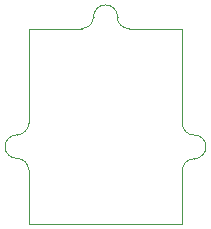
<source format=gko>
%FSLAX23Y23*%
%MOIN*%
G70*
G01*
G75*
G04 Layer_Color=16711935*
%ADD10C,0.008*%
%ADD11R,0.030X0.030*%
%ADD12R,0.020X0.020*%
%ADD13R,0.020X0.020*%
%ADD14R,0.043X0.035*%
%ADD15R,0.030X0.030*%
%ADD16R,0.044X0.058*%
%ADD17R,0.058X0.044*%
%ADD18R,0.107X0.051*%
%ADD19R,0.024X0.010*%
%ADD20R,0.010X0.024*%
%ADD21R,0.122X0.122*%
%ADD22R,0.011X0.020*%
%ADD23R,0.063X0.035*%
%ADD24R,0.020X0.012*%
%ADD25R,0.019X0.012*%
%ADD26R,0.010X0.028*%
%ADD27R,0.094X0.065*%
%ADD28R,0.028X0.051*%
%ADD29C,0.010*%
%ADD30C,0.006*%
%ADD31C,0.012*%
%ADD32C,0.020*%
%ADD33C,0.005*%
%ADD34C,0.051*%
%ADD35C,0.016*%
%ADD36C,0.020*%
%ADD37O,0.053X0.016*%
%ADD38O,0.069X0.016*%
%ADD39O,0.100X0.016*%
%ADD40O,0.016X0.053*%
%ADD41O,0.016X0.069*%
%ADD42R,0.030X0.059*%
%ADD43R,0.014X0.020*%
%ADD44R,0.011X0.020*%
%ADD45R,0.080X0.063*%
%ADD46C,0.004*%
%ADD47C,0.010*%
%ADD48C,0.008*%
%ADD49R,0.032X0.032*%
%ADD50R,0.022X0.022*%
%ADD51R,0.022X0.022*%
%ADD52R,0.045X0.037*%
%ADD53R,0.032X0.032*%
%ADD54R,0.046X0.060*%
%ADD55R,0.060X0.046*%
%ADD56R,0.109X0.053*%
%ADD57R,0.124X0.124*%
%ADD58R,0.017X0.025*%
%ADD59R,0.069X0.041*%
%ADD60R,0.024X0.016*%
%ADD61R,0.023X0.016*%
%ADD62R,0.018X0.036*%
%ADD63R,0.102X0.073*%
%ADD64R,0.030X0.053*%
%ADD65C,0.002*%
%ADD66C,0.022*%
%ADD67R,0.010X0.040*%
%ADD68O,0.055X0.018*%
%ADD69O,0.071X0.018*%
%ADD70O,0.102X0.018*%
%ADD71O,0.018X0.055*%
%ADD72O,0.018X0.071*%
%ADD73R,0.016X0.022*%
%ADD74R,0.013X0.022*%
%ADD75C,0.000*%
%ADD76C,0.000*%
D75*
X512Y176D02*
G03*
X511Y177I-1J0D01*
G01*
X551Y216D02*
G03*
X511Y177I0J-39D01*
G01*
X551Y216D02*
G03*
X591Y256I0J40D01*
G01*
D02*
G03*
X552Y295I-39J0D01*
G01*
X512Y334D02*
G03*
X551Y295I39J0D01*
G01*
X295Y689D02*
G03*
X335Y650I39J0D01*
G01*
X296Y689D02*
G03*
X256Y729I-40J0D01*
G01*
D02*
G03*
X216Y689I0J-40D01*
G01*
X177Y650D02*
G03*
X216Y688I0J39D01*
G01*
X-0Y335D02*
G03*
X0Y335I0J0D01*
G01*
X-39Y296D02*
G03*
X0Y335I0J39D01*
G01*
X-39Y296D02*
G03*
X-79Y256I0J-40D01*
G01*
Y256D02*
G03*
X-40Y217I39J0D01*
G01*
X-0Y178D02*
G03*
X-39Y217I-39J0D01*
G01*
X-0Y-0D02*
X512D01*
Y176D01*
X551Y216D02*
X551D01*
X551Y295D02*
X552D01*
X512Y334D02*
Y650D01*
X335D02*
X512D01*
X335Y650D02*
Y650D01*
X335Y650D02*
Y650D01*
X296Y688D02*
Y689D01*
Y689D01*
X216Y688D02*
Y689D01*
X-0Y650D02*
X177D01*
X-0Y335D02*
Y650D01*
X-39Y296D02*
X-39D01*
X-79Y256D02*
Y256D01*
X-40Y217D02*
X-39D01*
X-0Y177D02*
Y178D01*
Y-0D02*
Y177D01*
D76*
X335Y650D02*
D03*
Y650D02*
D03*
M02*

</source>
